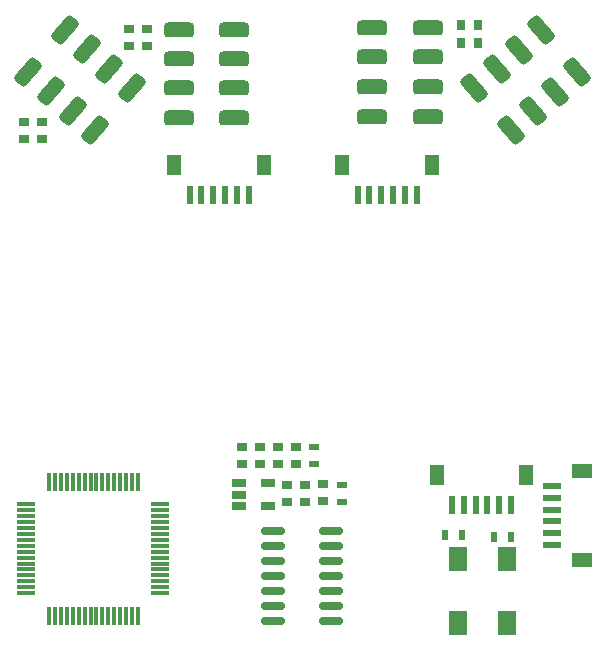
<source format=gtp>
%FSTAX23Y23*%
%MOIN*%
%SFA1B1*%

%IPPOS*%
%AMD22*
4,1,8,-0.032900,-0.011800,0.032900,-0.011800,0.038800,-0.005900,0.038800,0.005900,0.032900,0.011800,-0.032900,0.011800,-0.038800,0.005900,-0.038800,-0.005900,-0.032900,-0.011800,0.0*
1,1,0.011811,-0.032900,-0.005900*
1,1,0.011811,0.032900,-0.005900*
1,1,0.011811,0.032900,0.005900*
1,1,0.011811,-0.032900,0.005900*
%
%AMD25*
4,1,8,0.023000,-0.011600,0.023000,0.011600,0.021400,0.013200,-0.021400,0.013200,-0.023000,0.011600,-0.023000,-0.011600,-0.021400,-0.013200,0.021400,-0.013200,0.023000,-0.011600,0.0*
1,1,0.003165,0.021400,-0.011600*
1,1,0.003165,0.021400,0.011600*
1,1,0.003165,-0.021400,0.011600*
1,1,0.003165,-0.021400,-0.011600*
%
%AMD26*
4,1,8,0.028000,0.005500,-0.028000,0.005500,-0.030700,0.002800,-0.030700,-0.002800,-0.028000,-0.005500,0.028000,-0.005500,0.030700,-0.002800,0.030700,0.002800,0.028000,0.005500,0.0*
1,1,0.005512,0.028000,0.002800*
1,1,0.005512,-0.028000,0.002800*
1,1,0.005512,-0.028000,-0.002800*
1,1,0.005512,0.028000,-0.002800*
%
%AMD27*
4,1,8,0.005500,-0.028000,0.005500,0.028000,0.002800,0.030700,-0.002800,0.030700,-0.005500,0.028000,-0.005500,-0.028000,-0.002800,-0.030700,0.002800,-0.030700,0.005500,-0.028000,0.0*
1,1,0.005512,0.002800,-0.028000*
1,1,0.005512,0.002800,0.028000*
1,1,0.005512,-0.002800,0.028000*
1,1,0.005512,-0.002800,-0.028000*
%
%AMD28*
4,1,8,0.023400,-0.045900,0.042200,-0.029500,0.043500,-0.011900,-0.005700,0.044700,-0.023400,0.045900,-0.042200,0.029500,-0.043500,0.011900,0.005700,-0.044700,0.023400,-0.045900,0.0*
1,1,0.025000,0.015200,-0.036500*
1,1,0.025000,0.034000,-0.020100*
1,1,0.025000,-0.015200,0.036500*
1,1,0.025000,-0.034000,0.020100*
%
%AMD30*
4,1,8,0.050000,-0.012500,0.050000,0.012500,0.037500,0.025000,-0.037500,0.025000,-0.050000,0.012500,-0.050000,-0.012500,-0.037500,-0.025000,0.037500,-0.025000,0.050000,-0.012500,0.0*
1,1,0.025000,0.037500,-0.012500*
1,1,0.025000,0.037500,0.012500*
1,1,0.025000,-0.037500,0.012500*
1,1,0.025000,-0.037500,-0.012500*
%
%AMD31*
4,1,8,0.042200,0.029500,0.023400,0.045900,0.005700,0.044700,-0.043500,-0.011900,-0.042200,-0.029500,-0.023400,-0.045900,-0.005700,-0.044700,0.043500,0.011900,0.042200,0.029500,0.0*
1,1,0.025000,0.034000,0.020100*
1,1,0.025000,0.015200,0.036500*
1,1,0.025000,-0.034000,-0.020100*
1,1,0.025000,-0.015200,-0.036500*
%
%ADD16R,0.070866X0.047244*%
%ADD17R,0.061024X0.023622*%
%ADD18R,0.047244X0.070866*%
%ADD19R,0.023622X0.061024*%
%ADD20R,0.023622X0.033465*%
%ADD21R,0.059055X0.078740*%
G04~CAMADD=22~8~0.0~0.0~775.6~236.2~59.1~0.0~15~0.0~0.0~0.0~0.0~0~0.0~0.0~0.0~0.0~0~0.0~0.0~0.0~180.0~776.0~236.0*
%ADD22D22*%
%ADD23R,0.035433X0.025591*%
%ADD24R,0.033465X0.023622*%
G04~CAMADD=25~8~0.0~0.0~263.8~460.6~15.8~0.0~15~0.0~0.0~0.0~0.0~0~0.0~0.0~0.0~0.0~0~0.0~0.0~0.0~270.0~461.0~264.0*
%ADD25D25*%
G04~CAMADD=26~8~0.0~0.0~614.2~110.2~27.6~0.0~15~0.0~0.0~0.0~0.0~0~0.0~0.0~0.0~0.0~0~0.0~0.0~0.0~0.0~614.2~110.2*
%ADD26D26*%
G04~CAMADD=27~8~0.0~0.0~614.2~110.2~27.6~0.0~15~0.0~0.0~0.0~0.0~0~0.0~0.0~0.0~0.0~0~0.0~0.0~0.0~270.0~110.0~614.0*
%ADD27D27*%
G04~CAMADD=28~8~0.0~0.0~500.0~1000.0~125.0~0.0~15~0.0~0.0~0.0~0.0~0~0.0~0.0~0.0~0.0~0~0.0~0.0~0.0~221.0~930.0~978.0*
%ADD28D28*%
%ADD29R,0.025591X0.035433*%
G04~CAMADD=30~8~0.0~0.0~500.0~1000.0~125.0~0.0~15~0.0~0.0~0.0~0.0~0~0.0~0.0~0.0~0.0~0~0.0~0.0~0.0~270.0~1000.0~500.0*
%ADD30D30*%
G04~CAMADD=31~8~0.0~0.0~500.0~1000.0~125.0~0.0~15~0.0~0.0~0.0~0.0~0~0.0~0.0~0.0~0.0~0~0.0~0.0~0.0~319.0~930.0~978.0*
%ADD31D31*%
%LNhsmm-1*%
%LPD*%
G54D16*
X00929Y-00853D03*
Y-00554D03*
G54D17*
X0083Y-00802D03*
Y-00763D03*
Y-00723D03*
Y-00684D03*
Y-00645D03*
Y-00605D03*
G54D18*
X00744Y-0057D03*
X00445D03*
X-0043Y00464D03*
X-00131D03*
X0013Y00464D03*
X00429D03*
G54D19*
X00693Y-00669D03*
X00654D03*
X00614D03*
X00575D03*
X00535D03*
X00496D03*
X-00379Y00365D03*
X-0034D03*
X-003D03*
X-00261D03*
X-00221D03*
X-00182D03*
X00181Y00365D03*
X0022D03*
X0026D03*
X00299D03*
X00339D03*
X00378D03*
G54D20*
X00471Y-0077D03*
X00528D03*
X00636Y-00775D03*
X00693D03*
G54D21*
X0068Y-01061D03*
Y-00848D03*
X00515Y-01061D03*
Y-00848D03*
G54D22*
X-001Y-01055D03*
Y-01005D03*
Y-00955D03*
Y-00905D03*
Y-00855D03*
Y-00805D03*
Y-00755D03*
X00094D03*
Y-00805D03*
Y-00855D03*
Y-00905D03*
Y-00955D03*
Y-01005D03*
Y-01055D03*
G54D23*
X-00055Y-00658D03*
Y-00601D03*
X00005Y-00658D03*
Y-00601D03*
X00065Y-00657D03*
Y-006D03*
X-00025Y-00533D03*
Y-00476D03*
X-00085Y-00533D03*
Y-00476D03*
X-00145Y-00533D03*
Y-00476D03*
X-00205Y-00533D03*
Y-00476D03*
X-0052Y00918D03*
Y00861D03*
X-0058Y00918D03*
Y00861D03*
X-0093Y00608D03*
Y00551D03*
X-0087Y00608D03*
Y00551D03*
G54D24*
X0013Y-00601D03*
Y-00658D03*
X00035Y-00533D03*
Y-00476D03*
G54D25*
X-00116Y-00597D03*
Y-00672D03*
X-00213D03*
Y-00635D03*
Y-00597D03*
G54D26*
X-00476Y-00667D03*
Y-00687D03*
Y-00706D03*
Y-00726D03*
Y-00746D03*
Y-00765D03*
Y-00785D03*
Y-00805D03*
Y-00824D03*
Y-00844D03*
Y-00864D03*
Y-00883D03*
Y-00903D03*
Y-00923D03*
Y-00942D03*
Y-00962D03*
X-00923D03*
Y-00942D03*
Y-00923D03*
Y-00903D03*
Y-00883D03*
Y-00864D03*
Y-00844D03*
Y-00824D03*
Y-00805D03*
Y-00785D03*
Y-00765D03*
Y-00746D03*
Y-00726D03*
Y-00706D03*
Y-00687D03*
Y-00667D03*
G54D27*
X-00552Y-01038D03*
X-00572D03*
X-00591D03*
X-00611D03*
X-00631D03*
X-0065D03*
X-0067D03*
X-0069D03*
X-00709D03*
X-00729D03*
X-00749D03*
X-00768D03*
X-00788D03*
X-00808D03*
X-00827D03*
X-00847D03*
Y-00591D03*
X-00827D03*
X-00808D03*
X-00788D03*
X-00768D03*
X-00749D03*
X-00729D03*
X-00709D03*
X-0069D03*
X-0067D03*
X-0065D03*
X-00631D03*
X-00611D03*
X-00591D03*
X-00572D03*
X-00552D03*
G54D28*
X00914Y00774D03*
X0084Y00709D03*
X00766Y00645D03*
X00692Y0058D03*
X00793Y00914D03*
X00719Y00849D03*
X00645Y00785D03*
X0057Y0072D03*
G54D29*
X00526Y0087D03*
X00583D03*
X00526Y0093D03*
X00583D03*
G54D30*
X00415Y00921D03*
Y00823D03*
Y00725D03*
Y00626D03*
X0023Y00921D03*
Y00823D03*
Y00725D03*
Y00626D03*
X-0023Y00916D03*
Y00818D03*
Y0072D03*
Y00621D03*
X-00415Y00916D03*
Y00818D03*
Y0072D03*
Y00621D03*
G54D31*
X-00795Y00915D03*
X-00721Y00851D03*
X-00646Y00786D03*
X-00572Y00722D03*
X-00916Y00776D03*
X-00842Y00711D03*
X-00768Y00646D03*
X-00693Y00582D03*
M02*
</source>
